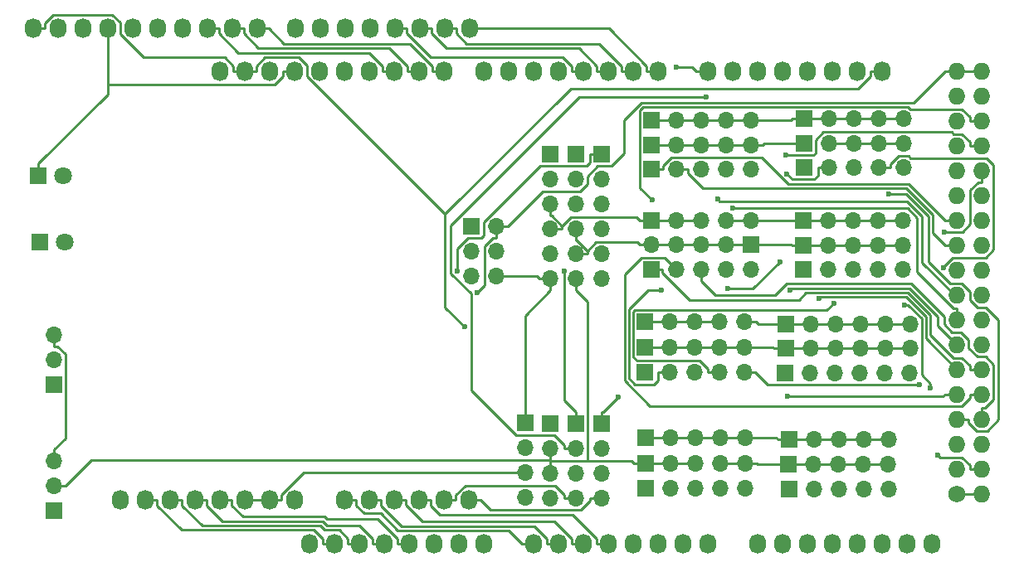
<source format=gbr>
G04 #@! TF.FileFunction,Copper,L1,Top,Signal*
%FSLAX46Y46*%
G04 Gerber Fmt 4.6, Leading zero omitted, Abs format (unit mm)*
G04 Created by KiCad (PCBNEW 4.0.6) date 07/22/17 16:53:04*
%MOMM*%
%LPD*%
G01*
G04 APERTURE LIST*
%ADD10C,0.100000*%
%ADD11C,1.727200*%
%ADD12O,1.727200X1.727200*%
%ADD13O,1.727200X2.032000*%
%ADD14R,1.700000X1.700000*%
%ADD15O,1.700000X1.700000*%
%ADD16R,1.800000X1.800000*%
%ADD17C,1.800000*%
%ADD18C,0.600000*%
%ADD19C,0.250000*%
G04 APERTURE END LIST*
D10*
D11*
X197358000Y-114046000D03*
D12*
X199898000Y-114046000D03*
X197358000Y-111506000D03*
X199898000Y-111506000D03*
X197358000Y-108966000D03*
X199898000Y-108966000D03*
X197358000Y-106426000D03*
X199898000Y-106426000D03*
X197358000Y-103886000D03*
X199898000Y-103886000D03*
X197358000Y-101346000D03*
X199898000Y-101346000D03*
X197358000Y-98806000D03*
X199898000Y-98806000D03*
X197358000Y-96266000D03*
X199898000Y-96266000D03*
X197358000Y-93726000D03*
X199898000Y-93726000D03*
X197358000Y-91186000D03*
X199898000Y-91186000D03*
X197358000Y-88646000D03*
X199898000Y-88646000D03*
X197358000Y-86106000D03*
X199898000Y-86106000D03*
X197358000Y-83566000D03*
X199898000Y-83566000D03*
X197358000Y-81026000D03*
X199898000Y-81026000D03*
X197358000Y-78486000D03*
X199898000Y-78486000D03*
X197358000Y-75946000D03*
X199898000Y-75946000D03*
X197358000Y-73406000D03*
X199898000Y-73406000D03*
X197358000Y-70866000D03*
X199898000Y-70866000D03*
D13*
X131318000Y-119126000D03*
X133858000Y-119126000D03*
X136398000Y-119126000D03*
X138938000Y-119126000D03*
X141478000Y-119126000D03*
X144018000Y-119126000D03*
X146558000Y-119126000D03*
X149098000Y-119126000D03*
X154178000Y-119126000D03*
X156718000Y-119126000D03*
X159258000Y-119126000D03*
X161798000Y-119126000D03*
X164338000Y-119126000D03*
X166878000Y-119126000D03*
X169418000Y-119126000D03*
X171958000Y-119126000D03*
X177038000Y-119126000D03*
X179578000Y-119126000D03*
X182118000Y-119126000D03*
X184658000Y-119126000D03*
X187198000Y-119126000D03*
X189738000Y-119126000D03*
X192278000Y-119126000D03*
X194818000Y-119126000D03*
X122174000Y-70866000D03*
X124714000Y-70866000D03*
X127254000Y-70866000D03*
X129794000Y-70866000D03*
X132334000Y-70866000D03*
X134874000Y-70866000D03*
X137414000Y-70866000D03*
X139954000Y-70866000D03*
X142494000Y-70866000D03*
X145034000Y-70866000D03*
X149098000Y-70866000D03*
X151638000Y-70866000D03*
X154178000Y-70866000D03*
X156718000Y-70866000D03*
X159258000Y-70866000D03*
X161798000Y-70866000D03*
X164338000Y-70866000D03*
X166878000Y-70866000D03*
X171958000Y-70866000D03*
X174498000Y-70866000D03*
X177038000Y-70866000D03*
X179578000Y-70866000D03*
X182118000Y-70866000D03*
X184658000Y-70866000D03*
X187198000Y-70866000D03*
X189738000Y-70866000D03*
X112020000Y-114700000D03*
X114560000Y-114700000D03*
X117100000Y-114700000D03*
X119640000Y-114700000D03*
X122180000Y-114700000D03*
X124720000Y-114700000D03*
X127260000Y-114700000D03*
X129800000Y-114700000D03*
X134900000Y-114700000D03*
X137440000Y-114700000D03*
X139980000Y-114700000D03*
X142520000Y-114700000D03*
X145060000Y-114700000D03*
X147600000Y-114700000D03*
X103080000Y-66500000D03*
X105620000Y-66500000D03*
X108160000Y-66500000D03*
X110700000Y-66500000D03*
X113240000Y-66500000D03*
X115780000Y-66500000D03*
X118320000Y-66500000D03*
X120860000Y-66500000D03*
X123400000Y-66500000D03*
X125940000Y-66500000D03*
X129860000Y-66500000D03*
X132400000Y-66500000D03*
X134940000Y-66500000D03*
X137480000Y-66500000D03*
X140020000Y-66500000D03*
X142560000Y-66500000D03*
X145100000Y-66500000D03*
X147640000Y-66500000D03*
D14*
X165610000Y-113450000D03*
D15*
X168150000Y-113450000D03*
X170690000Y-113450000D03*
X173230000Y-113450000D03*
X175770000Y-113450000D03*
D14*
X180210000Y-113550000D03*
D15*
X182750000Y-113550000D03*
X185290000Y-113550000D03*
X187830000Y-113550000D03*
X190370000Y-113550000D03*
D14*
X165480000Y-101650000D03*
D15*
X168020000Y-101650000D03*
X170560000Y-101650000D03*
X173100000Y-101650000D03*
X175640000Y-101650000D03*
D14*
X179860000Y-101700000D03*
D15*
X182400000Y-101700000D03*
X184940000Y-101700000D03*
X187480000Y-101700000D03*
X190020000Y-101700000D03*
X192560000Y-101700000D03*
D14*
X166150000Y-91100000D03*
D15*
X168690000Y-91100000D03*
X171230000Y-91100000D03*
X173770000Y-91100000D03*
X176310000Y-91100000D03*
D14*
X181720000Y-91150000D03*
D15*
X184260000Y-91150000D03*
X186800000Y-91150000D03*
X189340000Y-91150000D03*
X191880000Y-91150000D03*
D14*
X166200000Y-80900000D03*
D15*
X168740000Y-80900000D03*
X171280000Y-80900000D03*
X173820000Y-80900000D03*
X176360000Y-80900000D03*
D14*
X181810000Y-80750000D03*
D15*
X184350000Y-80750000D03*
X186890000Y-80750000D03*
X189430000Y-80750000D03*
X191970000Y-80750000D03*
D14*
X165590000Y-110950000D03*
D15*
X168130000Y-110950000D03*
X170670000Y-110950000D03*
X173210000Y-110950000D03*
X175750000Y-110950000D03*
D14*
X180190000Y-111050000D03*
D15*
X182730000Y-111050000D03*
X185270000Y-111050000D03*
X187810000Y-111050000D03*
X190350000Y-111050000D03*
D14*
X165520000Y-99050000D03*
D15*
X168060000Y-99050000D03*
X170600000Y-99050000D03*
X173140000Y-99050000D03*
X175680000Y-99050000D03*
D14*
X179880000Y-99200000D03*
D15*
X182420000Y-99200000D03*
X184960000Y-99200000D03*
X187500000Y-99200000D03*
X190040000Y-99200000D03*
X192580000Y-99200000D03*
D14*
X176310000Y-88600000D03*
D15*
X173770000Y-88600000D03*
X171230000Y-88600000D03*
X168690000Y-88600000D03*
X166150000Y-88600000D03*
D14*
X181700000Y-88650000D03*
D15*
X184240000Y-88650000D03*
X186780000Y-88650000D03*
X189320000Y-88650000D03*
X191860000Y-88650000D03*
D14*
X181750000Y-78250000D03*
D15*
X184290000Y-78250000D03*
X186830000Y-78250000D03*
X189370000Y-78250000D03*
X191910000Y-78250000D03*
D14*
X166200000Y-78400000D03*
D15*
X168740000Y-78400000D03*
X171280000Y-78400000D03*
X173820000Y-78400000D03*
X176360000Y-78400000D03*
D14*
X165610000Y-108350000D03*
D15*
X168150000Y-108350000D03*
X170690000Y-108350000D03*
X173230000Y-108350000D03*
X175770000Y-108350000D03*
D14*
X180250000Y-108450000D03*
D15*
X182790000Y-108450000D03*
X185330000Y-108450000D03*
X187870000Y-108450000D03*
X190410000Y-108450000D03*
D14*
X165520000Y-96450000D03*
D15*
X168060000Y-96450000D03*
X170600000Y-96450000D03*
X173140000Y-96450000D03*
X175680000Y-96450000D03*
D14*
X179880000Y-96700000D03*
D15*
X182420000Y-96700000D03*
X184960000Y-96700000D03*
X187500000Y-96700000D03*
X190040000Y-96700000D03*
X192580000Y-96700000D03*
D14*
X166150000Y-86100000D03*
D15*
X168690000Y-86100000D03*
X171230000Y-86100000D03*
X173770000Y-86100000D03*
X176310000Y-86100000D03*
D14*
X181700000Y-86150000D03*
D15*
X184240000Y-86150000D03*
X186780000Y-86150000D03*
X189320000Y-86150000D03*
X191860000Y-86150000D03*
D14*
X181750000Y-75750000D03*
D15*
X184290000Y-75750000D03*
X186830000Y-75750000D03*
X189370000Y-75750000D03*
X191910000Y-75750000D03*
D14*
X166200000Y-75900000D03*
D15*
X168740000Y-75900000D03*
X171280000Y-75900000D03*
X173820000Y-75900000D03*
X176360000Y-75900000D03*
D14*
X105200000Y-115790000D03*
D15*
X105200000Y-113250000D03*
X105200000Y-110710000D03*
D14*
X105200000Y-102900000D03*
D15*
X105200000Y-100360000D03*
X105200000Y-97820000D03*
D14*
X147810000Y-86750000D03*
D15*
X150350000Y-86750000D03*
X147810000Y-89290000D03*
X150350000Y-89290000D03*
X147810000Y-91830000D03*
X150350000Y-91830000D03*
D14*
X153284000Y-106804000D03*
D15*
X153284000Y-109344000D03*
X153284000Y-111884000D03*
X153284000Y-114424000D03*
D14*
X155884000Y-106844000D03*
D15*
X155884000Y-109384000D03*
X155884000Y-111924000D03*
X155884000Y-114464000D03*
D14*
X158484000Y-106864000D03*
D15*
X158484000Y-109404000D03*
X158484000Y-111944000D03*
X158484000Y-114484000D03*
D14*
X161084000Y-106844000D03*
D15*
X161084000Y-109384000D03*
X161084000Y-111924000D03*
X161084000Y-114464000D03*
D14*
X161100000Y-79380000D03*
D15*
X161100000Y-81920000D03*
X161100000Y-84460000D03*
X161100000Y-87000000D03*
X161100000Y-89540000D03*
X161100000Y-92080000D03*
D14*
X158500000Y-79380000D03*
D15*
X158500000Y-81920000D03*
X158500000Y-84460000D03*
X158500000Y-87000000D03*
X158500000Y-89540000D03*
X158500000Y-92080000D03*
D14*
X155900000Y-79350000D03*
D15*
X155900000Y-81890000D03*
X155900000Y-84430000D03*
X155900000Y-86970000D03*
X155900000Y-89510000D03*
X155900000Y-92050000D03*
D16*
X103600000Y-81550000D03*
D17*
X106140000Y-81550000D03*
D16*
X103760000Y-88350000D03*
D17*
X106300000Y-88350000D03*
D18*
X172952900Y-83962300D03*
X195419900Y-110115200D03*
X148419500Y-93504400D03*
X146401300Y-91295300D03*
X147121400Y-96992800D03*
X167224900Y-93234200D03*
X166235700Y-84019300D03*
X179937800Y-79425400D03*
X179346400Y-90325900D03*
X173945500Y-93109200D03*
X184792200Y-94559800D03*
X196050400Y-87295000D03*
X193519100Y-102891200D03*
X174453600Y-84871200D03*
X180357800Y-93209000D03*
X183263200Y-94124100D03*
X180007800Y-81368900D03*
X180055400Y-104104900D03*
X190430200Y-83457200D03*
X195970000Y-90978700D03*
X192029000Y-94731200D03*
X194616900Y-103248600D03*
X157324600Y-91305400D03*
X168710000Y-70425500D03*
X162772400Y-104196900D03*
X171753100Y-73486000D03*
D19*
X155900000Y-92050000D02*
X154724700Y-92050000D01*
X192580000Y-96700000D02*
X190040000Y-96700000D01*
X190040000Y-96700000D02*
X187500000Y-96700000D01*
X187500000Y-96700000D02*
X184960000Y-96700000D01*
X173820000Y-75900000D02*
X171280000Y-75900000D01*
X171280000Y-75900000D02*
X168740000Y-75900000D01*
X168740000Y-75900000D02*
X166200000Y-75900000D01*
X191910000Y-75750000D02*
X189370000Y-75750000D01*
X189370000Y-75750000D02*
X186830000Y-75750000D01*
X186830000Y-75750000D02*
X184290000Y-75750000D01*
X184290000Y-75750000D02*
X181750000Y-75750000D01*
X191860000Y-86150000D02*
X189320000Y-86150000D01*
X184240000Y-86150000D02*
X181700000Y-86150000D01*
X171230000Y-86100000D02*
X168690000Y-86100000D01*
X173140000Y-96450000D02*
X170600000Y-96450000D01*
X170600000Y-96450000D02*
X168060000Y-96450000D01*
X168060000Y-96450000D02*
X165520000Y-96450000D01*
X190410000Y-108450000D02*
X187870000Y-108450000D01*
X187870000Y-108450000D02*
X185330000Y-108450000D01*
X185330000Y-108450000D02*
X182790000Y-108450000D01*
X182790000Y-108450000D02*
X180250000Y-108450000D01*
X170690000Y-108350000D02*
X168150000Y-108350000D01*
X154504700Y-91830000D02*
X151525300Y-91830000D01*
X154724700Y-92050000D02*
X154504700Y-91830000D01*
X150350000Y-91830000D02*
X151525300Y-91830000D01*
X168150000Y-108350000D02*
X165610000Y-108350000D01*
X178974700Y-108350000D02*
X179074700Y-108450000D01*
X175770000Y-108350000D02*
X178974700Y-108350000D01*
X180250000Y-108450000D02*
X179074700Y-108450000D01*
X181700000Y-86150000D02*
X180524700Y-86150000D01*
X189320000Y-86150000D02*
X188144700Y-86150000D01*
X184240000Y-86150000D02*
X186780000Y-86150000D01*
X186780000Y-86150000D02*
X188144700Y-86150000D01*
X103600000Y-81550000D02*
X103600000Y-80324700D01*
X129794000Y-70866000D02*
X128605100Y-70866000D01*
X128605100Y-71386100D02*
X128605100Y-70866000D01*
X127743300Y-72247900D02*
X128605100Y-71386100D01*
X110700000Y-72247900D02*
X127743300Y-72247900D01*
X110700000Y-73224700D02*
X110700000Y-72247900D01*
X103600000Y-80324700D02*
X110700000Y-73224700D01*
X110700000Y-72247900D02*
X110700000Y-66500000D01*
X182420000Y-96700000D02*
X184960000Y-96700000D01*
X175770000Y-108350000D02*
X174594700Y-108350000D01*
X170690000Y-108350000D02*
X173230000Y-108350000D01*
X173230000Y-108350000D02*
X174594700Y-108350000D01*
X168690000Y-86100000D02*
X166150000Y-86100000D01*
X166150000Y-86100000D02*
X164974700Y-86100000D01*
X155900000Y-86970000D02*
X157075300Y-86970000D01*
X155900000Y-84430000D02*
X155900000Y-85605300D01*
X155990500Y-85605300D02*
X155900000Y-85605300D01*
X157075300Y-86690100D02*
X155990500Y-85605300D01*
X157942800Y-85822600D02*
X157075300Y-86690100D01*
X164697300Y-85822600D02*
X157942800Y-85822600D01*
X164974700Y-86100000D02*
X164697300Y-85822600D01*
X157075300Y-86690100D02*
X157075300Y-86970000D01*
X180474700Y-86100000D02*
X176310000Y-86100000D01*
X180524700Y-86150000D02*
X180474700Y-86100000D01*
X176310000Y-86100000D02*
X173770000Y-86100000D01*
X153284000Y-95841300D02*
X155900000Y-93225300D01*
X153284000Y-106804000D02*
X153284000Y-95841300D01*
X155900000Y-92050000D02*
X155900000Y-93225300D01*
X124720000Y-114700000D02*
X127260000Y-114700000D01*
X130744800Y-111884000D02*
X153284000Y-111884000D01*
X128448900Y-114179900D02*
X130744800Y-111884000D01*
X128448900Y-114700000D02*
X128448900Y-114179900D01*
X127260000Y-114700000D02*
X128448900Y-114700000D01*
X182420000Y-96700000D02*
X179880000Y-96700000D01*
X177105300Y-96700000D02*
X176855300Y-96450000D01*
X179880000Y-96700000D02*
X177105300Y-96700000D01*
X175680000Y-96450000D02*
X176855300Y-96450000D01*
X173820000Y-75900000D02*
X176360000Y-75900000D01*
X180424700Y-75900000D02*
X180574700Y-75750000D01*
X176360000Y-75900000D02*
X180424700Y-75900000D01*
X181750000Y-75750000D02*
X180574700Y-75750000D01*
X197150500Y-93726000D02*
X197358000Y-93726000D01*
X193834200Y-90409700D02*
X197150500Y-93726000D01*
X193834200Y-85748300D02*
X193834200Y-90409700D01*
X192249500Y-84163600D02*
X193834200Y-85748300D01*
X173154200Y-84163600D02*
X192249500Y-84163600D01*
X172952900Y-83962300D02*
X173154200Y-84163600D01*
X168740000Y-80900000D02*
X169915300Y-80900000D01*
X197358000Y-88646000D02*
X196169100Y-88646000D01*
X169915300Y-81267300D02*
X169915300Y-80900000D01*
X171474300Y-82826300D02*
X169915300Y-81267300D01*
X192186000Y-82826300D02*
X171474300Y-82826300D01*
X194894100Y-85534400D02*
X192186000Y-82826300D01*
X194894100Y-87371000D02*
X194894100Y-85534400D01*
X196169100Y-88646000D02*
X194894100Y-87371000D01*
X166200000Y-80900000D02*
X167375300Y-80900000D01*
X197358000Y-86106000D02*
X196169100Y-86106000D01*
X192439000Y-82375900D02*
X196169100Y-86106000D01*
X180123800Y-82375900D02*
X192439000Y-82375900D01*
X177452200Y-79704300D02*
X180123800Y-82375900D01*
X168203700Y-79704300D02*
X177452200Y-79704300D01*
X167375300Y-80532700D02*
X168203700Y-79704300D01*
X167375300Y-80900000D02*
X167375300Y-80532700D01*
X198709100Y-111134400D02*
X198709100Y-111506000D01*
X197891800Y-110317100D02*
X198709100Y-111134400D01*
X195621800Y-110317100D02*
X197891800Y-110317100D01*
X195419900Y-110115200D02*
X195621800Y-110317100D01*
X199898000Y-111506000D02*
X198709100Y-111506000D01*
X200269600Y-105237100D02*
X199898000Y-105237100D01*
X201086900Y-104419800D02*
X200269600Y-105237100D01*
X201086900Y-100844600D02*
X201086900Y-104419800D01*
X200285600Y-100043300D02*
X201086900Y-100844600D01*
X199448500Y-100043300D02*
X200285600Y-100043300D01*
X198547000Y-99141800D02*
X199448500Y-100043300D01*
X198547000Y-98291700D02*
X198547000Y-99141800D01*
X197791300Y-97536000D02*
X198547000Y-98291700D01*
X196866400Y-97536000D02*
X197791300Y-97536000D01*
X196077900Y-96747500D02*
X196866400Y-97536000D01*
X196077900Y-95933400D02*
X196077900Y-96747500D01*
X192728100Y-92583600D02*
X196077900Y-95933400D01*
X179990700Y-92583600D02*
X192728100Y-92583600D01*
X178815100Y-93759200D02*
X179990700Y-92583600D01*
X172713900Y-93759200D02*
X178815100Y-93759200D01*
X171230000Y-92275300D02*
X172713900Y-93759200D01*
X171230000Y-91100000D02*
X171230000Y-92275300D01*
X199898000Y-106426000D02*
X199898000Y-105237100D01*
X166150000Y-91100000D02*
X167325300Y-91100000D01*
X199898000Y-101346000D02*
X198709100Y-101346000D01*
X198709100Y-100974400D02*
X198709100Y-101346000D01*
X197891800Y-100157100D02*
X198709100Y-100974400D01*
X196987500Y-100157100D02*
X197891800Y-100157100D01*
X194656000Y-97825600D02*
X196987500Y-100157100D01*
X194656000Y-95785300D02*
X194656000Y-97825600D01*
X192354900Y-93484200D02*
X194656000Y-95785300D01*
X181972300Y-93484200D02*
X192354900Y-93484200D01*
X181227200Y-94229300D02*
X181972300Y-93484200D01*
X170087300Y-94229300D02*
X181227200Y-94229300D01*
X167325300Y-91467300D02*
X170087300Y-94229300D01*
X167325300Y-91100000D02*
X167325300Y-91467300D01*
X198709100Y-104257600D02*
X198709100Y-103886000D01*
X197891800Y-105074900D02*
X198709100Y-104257600D01*
X166020900Y-105074900D02*
X197891800Y-105074900D01*
X163443800Y-102497800D02*
X166020900Y-105074900D01*
X163443800Y-91640500D02*
X163443800Y-102497800D01*
X165159700Y-89924600D02*
X163443800Y-91640500D01*
X167514600Y-89924600D02*
X165159700Y-89924600D01*
X168690000Y-91100000D02*
X167514600Y-89924600D01*
X199898000Y-103886000D02*
X198709100Y-103886000D01*
X199898000Y-70866000D02*
X197358000Y-70866000D01*
X197358000Y-70866000D02*
X196169100Y-70866000D01*
X149982800Y-87925300D02*
X150350000Y-87925300D01*
X149174600Y-88733500D02*
X149982800Y-87925300D01*
X149174600Y-92749300D02*
X149174600Y-88733500D01*
X148419500Y-93504400D02*
X149174600Y-92749300D01*
X150350000Y-86750000D02*
X150350000Y-87925300D01*
X150350000Y-86750000D02*
X151525300Y-86750000D01*
X192923800Y-74111300D02*
X196169100Y-70866000D01*
X165166500Y-74111300D02*
X192923800Y-74111300D01*
X163356000Y-75921800D02*
X165166500Y-74111300D01*
X163356000Y-79286700D02*
X163356000Y-75921800D01*
X162087300Y-80555400D02*
X163356000Y-79286700D01*
X160721700Y-80555400D02*
X162087300Y-80555400D01*
X159675400Y-81601700D02*
X160721700Y-80555400D01*
X159675400Y-82446800D02*
X159675400Y-81601700D01*
X158932200Y-83190000D02*
X159675400Y-82446800D01*
X155085300Y-83190000D02*
X158932200Y-83190000D01*
X151525300Y-86750000D02*
X155085300Y-83190000D01*
X141478000Y-119126000D02*
X140289100Y-119126000D01*
X122180000Y-114700000D02*
X123368900Y-114700000D01*
X140289100Y-118605900D02*
X140289100Y-119126000D01*
X138282800Y-116599600D02*
X140289100Y-118605900D01*
X133052100Y-116599600D02*
X138282800Y-116599600D01*
X132841700Y-116389200D02*
X133052100Y-116599600D01*
X124538000Y-116389200D02*
X132841700Y-116389200D01*
X123368900Y-115220100D02*
X124538000Y-116389200D01*
X123368900Y-114700000D02*
X123368900Y-115220100D01*
X132669100Y-118642600D02*
X132669100Y-119126000D01*
X131766600Y-117740100D02*
X132669100Y-118642600D01*
X118268900Y-117740100D02*
X131766600Y-117740100D01*
X115748900Y-115220100D02*
X118268900Y-117740100D01*
X115748900Y-114700000D02*
X115748900Y-115220100D01*
X114560000Y-114700000D02*
X115748900Y-114700000D01*
X133858000Y-119126000D02*
X132669100Y-119126000D01*
X136398000Y-119126000D02*
X135209100Y-119126000D01*
X117100000Y-114700000D02*
X118288900Y-114700000D01*
X135209100Y-118605900D02*
X135209100Y-119126000D01*
X134343300Y-117740100D02*
X135209100Y-118605900D01*
X132861200Y-117740100D02*
X134343300Y-117740100D01*
X132410900Y-117289800D02*
X132861200Y-117740100D01*
X120358600Y-117289800D02*
X132410900Y-117289800D01*
X118288900Y-115220100D02*
X120358600Y-117289800D01*
X118288900Y-114700000D02*
X118288900Y-115220100D01*
X146401300Y-88985300D02*
X146401300Y-91295300D01*
X147461200Y-87925400D02*
X146401300Y-88985300D01*
X148838900Y-87925400D02*
X147461200Y-87925400D01*
X149080200Y-87684100D02*
X148838900Y-87925400D01*
X149080200Y-86295600D02*
X149080200Y-87684100D01*
X154820500Y-80555300D02*
X149080200Y-86295600D01*
X159557500Y-80555300D02*
X154820500Y-80555300D01*
X159924700Y-80188100D02*
X159557500Y-80555300D01*
X159924700Y-79380000D02*
X159924700Y-80188100D01*
X161100000Y-79380000D02*
X159924700Y-79380000D01*
X134900000Y-114700000D02*
X136088900Y-114700000D01*
X154178000Y-119126000D02*
X152989100Y-119126000D01*
X151647700Y-117784600D02*
X152989100Y-119126000D01*
X140322200Y-117784600D02*
X151647700Y-117784600D01*
X138579000Y-116041400D02*
X140322200Y-117784600D01*
X136910200Y-116041400D02*
X138579000Y-116041400D01*
X136088900Y-115220100D02*
X136910200Y-116041400D01*
X136088900Y-114700000D02*
X136088900Y-115220100D01*
X138628900Y-115236200D02*
X138628900Y-114700000D01*
X140726900Y-117334200D02*
X138628900Y-115236200D01*
X154257400Y-117334200D02*
X140726900Y-117334200D01*
X155529100Y-118605900D02*
X154257400Y-117334200D01*
X155529100Y-119126000D02*
X155529100Y-118605900D01*
X156718000Y-119126000D02*
X155529100Y-119126000D01*
X137440000Y-114700000D02*
X138628900Y-114700000D01*
X159258000Y-119126000D02*
X158069100Y-119126000D01*
X139980000Y-114700000D02*
X141168900Y-114700000D01*
X141168900Y-115182800D02*
X141168900Y-114700000D01*
X142838500Y-116852400D02*
X141168900Y-115182800D01*
X156315600Y-116852400D02*
X142838500Y-116852400D01*
X158069100Y-118605900D02*
X156315600Y-116852400D01*
X158069100Y-119126000D02*
X158069100Y-118605900D01*
X142520000Y-114700000D02*
X143708900Y-114700000D01*
X161798000Y-119126000D02*
X160609100Y-119126000D01*
X143708900Y-115220100D02*
X143708900Y-114700000D01*
X144643800Y-116155000D02*
X143708900Y-115220100D01*
X158158200Y-116155000D02*
X144643800Y-116155000D01*
X160609100Y-118605900D02*
X158158200Y-116155000D01*
X160609100Y-119126000D02*
X160609100Y-118605900D01*
X123400000Y-66500000D02*
X124588900Y-66500000D01*
X142494000Y-70866000D02*
X141305100Y-70866000D01*
X141305100Y-70345900D02*
X141305100Y-70866000D01*
X139469500Y-68510300D02*
X141305100Y-70345900D01*
X126079100Y-68510300D02*
X139469500Y-68510300D01*
X124588900Y-67020100D02*
X126079100Y-68510300D01*
X124588900Y-66500000D02*
X124588900Y-67020100D01*
X143845100Y-70383200D02*
X143845100Y-70866000D01*
X141521800Y-68059900D02*
X143845100Y-70383200D01*
X128688800Y-68059900D02*
X141521800Y-68059900D01*
X127128900Y-66500000D02*
X128688800Y-68059900D01*
X125940000Y-66500000D02*
X127128900Y-66500000D01*
X145034000Y-70866000D02*
X143845100Y-70866000D01*
X140020000Y-66500000D02*
X141208900Y-66500000D01*
X159258000Y-70866000D02*
X158069100Y-70866000D01*
X158069100Y-70345900D02*
X158069100Y-70866000D01*
X157152300Y-69429100D02*
X158069100Y-70345900D01*
X143637200Y-69429100D02*
X157152300Y-69429100D01*
X141208900Y-67000800D02*
X143637200Y-69429100D01*
X141208900Y-66500000D02*
X141208900Y-67000800D01*
X142560000Y-66500000D02*
X143748900Y-66500000D01*
X161798000Y-70866000D02*
X160609100Y-70866000D01*
X160609100Y-70345900D02*
X160609100Y-70866000D01*
X158791700Y-68528500D02*
X160609100Y-70345900D01*
X145277300Y-68528500D02*
X158791700Y-68528500D01*
X143748900Y-67000100D02*
X145277300Y-68528500D01*
X143748900Y-66500000D02*
X143748900Y-67000100D01*
X138938000Y-119126000D02*
X137749100Y-119126000D01*
X119640000Y-114700000D02*
X120828900Y-114700000D01*
X137749100Y-118642600D02*
X137749100Y-119126000D01*
X136396200Y-117289700D02*
X137749100Y-118642600D01*
X133105300Y-117289700D02*
X136396200Y-117289700D01*
X132655100Y-116839500D02*
X133105300Y-117289700D01*
X122448300Y-116839500D02*
X132655100Y-116839500D01*
X120828900Y-115220100D02*
X122448300Y-116839500D01*
X120828900Y-114700000D02*
X120828900Y-115220100D01*
X163149100Y-70345900D02*
X163149100Y-70866000D01*
X160881400Y-68078200D02*
X163149100Y-70345900D01*
X147347000Y-68078200D02*
X160881400Y-68078200D01*
X146288900Y-67020100D02*
X147347000Y-68078200D01*
X146288900Y-66500000D02*
X146288900Y-67020100D01*
X145100000Y-66500000D02*
X146288900Y-66500000D01*
X164338000Y-70866000D02*
X163149100Y-70866000D01*
X165689100Y-70345900D02*
X165689100Y-70866000D01*
X161843200Y-66500000D02*
X165689100Y-70345900D01*
X147640000Y-66500000D02*
X161843200Y-66500000D01*
X166878000Y-70866000D02*
X165689100Y-70866000D01*
X199898000Y-114046000D02*
X197358000Y-114046000D01*
X158484000Y-114484000D02*
X157308700Y-114484000D01*
X145060000Y-114700000D02*
X146248900Y-114700000D01*
X157308700Y-114190200D02*
X157308700Y-114484000D01*
X156354500Y-113236000D02*
X157308700Y-114190200D01*
X147192800Y-113236000D02*
X156354500Y-113236000D01*
X146248900Y-114179900D02*
X147192800Y-113236000D01*
X146248900Y-114700000D02*
X146248900Y-114179900D01*
X161084000Y-114464000D02*
X159908700Y-114464000D01*
X147600000Y-114700000D02*
X148788900Y-114700000D01*
X123525100Y-70345900D02*
X123525100Y-70866000D01*
X122656600Y-69477400D02*
X123525100Y-70345900D01*
X114336900Y-69477400D02*
X122656600Y-69477400D01*
X111970000Y-67110500D02*
X114336900Y-69477400D01*
X111970000Y-65892300D02*
X111970000Y-67110500D01*
X111178900Y-65101200D02*
X111970000Y-65892300D01*
X105147600Y-65101200D02*
X111178900Y-65101200D01*
X104268900Y-65979900D02*
X105147600Y-65101200D01*
X104268900Y-66500000D02*
X104268900Y-65979900D01*
X103080000Y-66500000D02*
X104268900Y-66500000D01*
X124714000Y-70866000D02*
X123525100Y-70866000D01*
X124714000Y-70866000D02*
X125902900Y-70866000D01*
X189738000Y-70866000D02*
X188549100Y-70866000D01*
X157946000Y-72657800D02*
X145114700Y-85489100D01*
X187277400Y-72657800D02*
X157946000Y-72657800D01*
X188549100Y-71386100D02*
X187277400Y-72657800D01*
X188549100Y-70866000D02*
X188549100Y-71386100D01*
X125902900Y-70345900D02*
X125902900Y-70866000D01*
X126771400Y-69477400D02*
X125902900Y-70345900D01*
X130244600Y-69477400D02*
X126771400Y-69477400D01*
X131064000Y-70296800D02*
X130244600Y-69477400D01*
X131064000Y-71438500D02*
X131064000Y-70296800D01*
X145114700Y-85489100D02*
X131064000Y-71438500D01*
X149748900Y-115660000D02*
X148788900Y-114700000D01*
X159006500Y-115660000D02*
X149748900Y-115660000D01*
X159908700Y-114757800D02*
X159006500Y-115660000D01*
X159908700Y-114464000D02*
X159908700Y-114757800D01*
X145114600Y-85489200D02*
X145114700Y-85489100D01*
X145114600Y-94986000D02*
X145114600Y-85489200D01*
X147121400Y-96992800D02*
X145114600Y-94986000D01*
X120860000Y-66500000D02*
X122048900Y-66500000D01*
X139954000Y-70866000D02*
X138765100Y-70866000D01*
X122048900Y-67020100D02*
X122048900Y-66500000D01*
X124055800Y-69027000D02*
X122048900Y-67020100D01*
X137408900Y-69027000D02*
X124055800Y-69027000D01*
X138765100Y-70383200D02*
X137408900Y-69027000D01*
X138765100Y-70866000D02*
X138765100Y-70383200D01*
X165818500Y-93234200D02*
X167224900Y-93234200D01*
X163894100Y-95158600D02*
X165818500Y-93234200D01*
X163894100Y-102242000D02*
X163894100Y-95158600D01*
X164509900Y-102857800D02*
X163894100Y-102242000D01*
X166444900Y-102857800D02*
X164509900Y-102857800D01*
X166844700Y-102458000D02*
X166444900Y-102857800D01*
X166844700Y-101650000D02*
X166844700Y-102458000D01*
X199898000Y-75946000D02*
X198709100Y-75946000D01*
X168020000Y-101650000D02*
X166844700Y-101650000D01*
X198709100Y-75574400D02*
X198709100Y-75946000D01*
X197891800Y-74757100D02*
X198709100Y-75574400D01*
X192579400Y-74757100D02*
X197891800Y-74757100D01*
X192383900Y-74561600D02*
X192579400Y-74757100D01*
X165358900Y-74561600D02*
X192383900Y-74561600D01*
X165014900Y-74905600D02*
X165358900Y-74561600D01*
X165014900Y-82798500D02*
X165014900Y-74905600D01*
X166235700Y-84019300D02*
X165014900Y-82798500D01*
X199898000Y-78486000D02*
X198709100Y-78486000D01*
X176563100Y-93109200D02*
X173945500Y-93109200D01*
X179346400Y-90325900D02*
X176563100Y-93109200D01*
X182739600Y-79425400D02*
X179937800Y-79425400D01*
X182925400Y-79239600D02*
X182739600Y-79425400D01*
X182925400Y-77890400D02*
X182925400Y-79239600D01*
X183741200Y-77074600D02*
X182925400Y-77890400D01*
X196805100Y-77074600D02*
X183741200Y-77074600D01*
X197027600Y-77297100D02*
X196805100Y-77074600D01*
X197891800Y-77297100D02*
X197027600Y-77297100D01*
X198709100Y-78114400D02*
X197891800Y-77297100D01*
X198709100Y-78486000D02*
X198709100Y-78114400D01*
X199898000Y-81026000D02*
X199898000Y-82214900D01*
X199526400Y-82214900D02*
X199898000Y-82214900D01*
X198709100Y-83032200D02*
X199526400Y-82214900D01*
X198709100Y-86489000D02*
X198709100Y-83032200D01*
X197903100Y-87295000D02*
X198709100Y-86489000D01*
X196050400Y-87295000D02*
X197903100Y-87295000D01*
X173100000Y-101650000D02*
X171924700Y-101650000D01*
X184080800Y-95271200D02*
X184792200Y-94559800D01*
X164498400Y-95271200D02*
X184080800Y-95271200D01*
X164344600Y-95425000D02*
X164498400Y-95271200D01*
X164344600Y-100086000D02*
X164344600Y-95425000D01*
X164733300Y-100474700D02*
X164344600Y-100086000D01*
X171116800Y-100474700D02*
X164733300Y-100474700D01*
X171924700Y-101282600D02*
X171116800Y-100474700D01*
X171924700Y-101650000D02*
X171924700Y-101282600D01*
X175640000Y-101650000D02*
X176815300Y-101650000D01*
X178056500Y-102891200D02*
X193519100Y-102891200D01*
X176815300Y-101650000D02*
X178056500Y-102891200D01*
X197358000Y-96266000D02*
X197358000Y-95077100D01*
X197027400Y-95077100D02*
X197358000Y-95077100D01*
X193290700Y-91340400D02*
X197027400Y-95077100D01*
X193290700Y-85842300D02*
X193290700Y-91340400D01*
X192319600Y-84871200D02*
X193290700Y-85842300D01*
X174453600Y-84871200D02*
X192319600Y-84871200D01*
X180532900Y-93033900D02*
X180357800Y-93209000D01*
X192541500Y-93033900D02*
X180532900Y-93033900D01*
X195432900Y-95925300D02*
X192541500Y-93033900D01*
X195432900Y-96880900D02*
X195432900Y-95925300D01*
X197358000Y-98806000D02*
X195432900Y-96880900D01*
X183452800Y-93934500D02*
X183263200Y-94124100D01*
X192168300Y-93934500D02*
X183452800Y-93934500D01*
X194205700Y-95971900D02*
X192168300Y-93934500D01*
X194205700Y-98193700D02*
X194205700Y-95971900D01*
X197358000Y-101346000D02*
X194205700Y-98193700D01*
X197358000Y-103886000D02*
X196169100Y-103886000D01*
X184350000Y-80750000D02*
X183174700Y-80750000D01*
X195950200Y-104104900D02*
X196169100Y-103886000D01*
X180055400Y-104104900D02*
X195950200Y-104104900D01*
X180564500Y-81925600D02*
X180007800Y-81368900D01*
X182807100Y-81925600D02*
X180564500Y-81925600D01*
X183174700Y-81558000D02*
X182807100Y-81925600D01*
X183174700Y-80750000D02*
X183174700Y-81558000D01*
X197358000Y-106426000D02*
X198546900Y-106426000D01*
X192180000Y-83457200D02*
X190430200Y-83457200D01*
X194443800Y-85721000D02*
X192180000Y-83457200D01*
X194443800Y-90339300D02*
X194443800Y-85721000D01*
X196641500Y-92537000D02*
X194443800Y-90339300D01*
X197872300Y-92537000D02*
X196641500Y-92537000D01*
X198709000Y-93373700D02*
X197872300Y-92537000D01*
X198709000Y-94240300D02*
X198709000Y-93373700D01*
X199464700Y-94996000D02*
X198709000Y-94240300D01*
X200313600Y-94996000D02*
X199464700Y-94996000D01*
X201584500Y-96266900D02*
X200313600Y-94996000D01*
X201584500Y-106471000D02*
X201584500Y-96266900D01*
X200440600Y-107614900D02*
X201584500Y-106471000D01*
X199364200Y-107614900D02*
X200440600Y-107614900D01*
X198546900Y-106797600D02*
X199364200Y-107614900D01*
X198546900Y-106426000D02*
X198546900Y-106797600D01*
X195970000Y-90870700D02*
X195970000Y-90978700D01*
X196924700Y-89916000D02*
X195970000Y-90870700D01*
X200323400Y-89916000D02*
X196924700Y-89916000D01*
X201109300Y-89130100D02*
X200323400Y-89916000D01*
X201109300Y-80438300D02*
X201109300Y-89130100D01*
X200427000Y-79756000D02*
X201109300Y-80438300D01*
X192638300Y-79756000D02*
X200427000Y-79756000D01*
X192419600Y-79537300D02*
X192638300Y-79756000D01*
X191450700Y-79537300D02*
X192419600Y-79537300D01*
X190605300Y-80382700D02*
X191450700Y-79537300D01*
X190605300Y-80750000D02*
X190605300Y-80382700D01*
X189430000Y-80750000D02*
X190605300Y-80750000D01*
X192029000Y-94731300D02*
X192029000Y-94731200D01*
X192328100Y-94731300D02*
X192029000Y-94731300D01*
X193755400Y-96158600D02*
X192328100Y-94731300D01*
X193755400Y-101917100D02*
X193755400Y-96158600D01*
X194616900Y-102778600D02*
X193755400Y-101917100D01*
X194616900Y-103248600D02*
X194616900Y-102778600D01*
X170328600Y-70425500D02*
X170769100Y-70866000D01*
X168710000Y-70425500D02*
X170328600Y-70425500D01*
X171958000Y-70866000D02*
X170769100Y-70866000D01*
X158484000Y-106864000D02*
X158484000Y-105688700D01*
X157324600Y-104529300D02*
X157324600Y-91305400D01*
X158484000Y-105688700D02*
X157324600Y-104529300D01*
X161300600Y-105668700D02*
X162772400Y-104196900D01*
X161084000Y-105668700D02*
X161300600Y-105668700D01*
X161084000Y-106844000D02*
X161084000Y-105668700D01*
X158855200Y-73486000D02*
X171753100Y-73486000D01*
X145724000Y-86617200D02*
X158855200Y-73486000D01*
X145724000Y-91513800D02*
X145724000Y-86617200D01*
X147794100Y-93583900D02*
X145724000Y-91513800D01*
X147794100Y-103518000D02*
X147794100Y-93583900D01*
X152350100Y-108074000D02*
X147794100Y-103518000D01*
X156272500Y-108074000D02*
X152350100Y-108074000D01*
X157308700Y-109110200D02*
X156272500Y-108074000D01*
X157308700Y-109404000D02*
X157308700Y-109110200D01*
X158484000Y-109404000D02*
X157308700Y-109404000D01*
X192580000Y-99200000D02*
X190040000Y-99200000D01*
X184960000Y-99200000D02*
X182420000Y-99200000D01*
X173820000Y-78400000D02*
X171280000Y-78400000D01*
X171280000Y-78400000D02*
X168740000Y-78400000D01*
X168740000Y-78400000D02*
X166200000Y-78400000D01*
X191910000Y-78250000D02*
X189370000Y-78250000D01*
X189370000Y-78250000D02*
X186830000Y-78250000D01*
X186830000Y-78250000D02*
X184290000Y-78250000D01*
X191860000Y-88650000D02*
X189320000Y-88650000D01*
X189320000Y-88650000D02*
X186780000Y-88650000D01*
X186780000Y-88650000D02*
X184240000Y-88650000D01*
X184240000Y-88650000D02*
X181700000Y-88650000D01*
X176310000Y-88600000D02*
X177485300Y-88600000D01*
X168690000Y-88600000D02*
X171230000Y-88600000D01*
X170600000Y-99050000D02*
X168060000Y-99050000D01*
X168060000Y-99050000D02*
X165520000Y-99050000D01*
X190350000Y-111050000D02*
X187810000Y-111050000D01*
X187810000Y-111050000D02*
X186445300Y-111050000D01*
X185857700Y-111050000D02*
X186445300Y-111050000D01*
X185857700Y-111050000D02*
X185270000Y-111050000D01*
X185270000Y-111050000D02*
X182730000Y-111050000D01*
X182730000Y-111050000D02*
X181365300Y-111050000D01*
X180777700Y-111050000D02*
X181365300Y-111050000D01*
X180777700Y-111050000D02*
X180190000Y-111050000D01*
X165590000Y-110950000D02*
X166765300Y-110950000D01*
X170670000Y-110950000D02*
X168130000Y-110950000D01*
X168130000Y-110950000D02*
X166765300Y-110950000D01*
X180474700Y-88600000D02*
X177485300Y-88600000D01*
X180524700Y-88650000D02*
X180474700Y-88600000D01*
X181700000Y-88650000D02*
X180524700Y-88650000D01*
X105200000Y-113250000D02*
X106375300Y-113250000D01*
X171230000Y-88600000D02*
X172405300Y-88600000D01*
X176310000Y-88600000D02*
X173770000Y-88600000D01*
X173770000Y-88600000D02*
X172405300Y-88600000D01*
X182420000Y-99200000D02*
X179880000Y-99200000D01*
X180190000Y-111050000D02*
X179014700Y-111050000D01*
X175750000Y-110950000D02*
X173210000Y-110950000D01*
X177025300Y-111050000D02*
X179014700Y-111050000D01*
X176925300Y-110950000D02*
X177025300Y-111050000D01*
X175750000Y-110950000D02*
X176925300Y-110950000D01*
X176360000Y-78400000D02*
X173820000Y-78400000D01*
X109066000Y-110559300D02*
X155884000Y-110559300D01*
X106375300Y-113250000D02*
X109066000Y-110559300D01*
X155884000Y-109384000D02*
X155884000Y-110559300D01*
X165590000Y-110950000D02*
X164414700Y-110950000D01*
X155884000Y-111924000D02*
X155884000Y-110711300D01*
X155884000Y-110711300D02*
X155884000Y-110559300D01*
X170600000Y-99050000D02*
X171775300Y-99050000D01*
X173140000Y-99050000D02*
X171775300Y-99050000D01*
X190040000Y-99200000D02*
X188864700Y-99200000D01*
X184960000Y-99200000D02*
X187500000Y-99200000D01*
X187500000Y-99200000D02*
X188864700Y-99200000D01*
X177685300Y-78250000D02*
X177535300Y-78400000D01*
X181750000Y-78250000D02*
X177685300Y-78250000D01*
X176360000Y-78400000D02*
X177535300Y-78400000D01*
X168690000Y-88600000D02*
X166150000Y-88600000D01*
X166150000Y-88600000D02*
X164974700Y-88600000D01*
X158500000Y-89540000D02*
X159675300Y-89540000D01*
X158500000Y-87000000D02*
X158500000Y-88175300D01*
X158604500Y-88175300D02*
X158500000Y-88175300D01*
X159675300Y-89246100D02*
X158604500Y-88175300D01*
X160556700Y-88364700D02*
X159675300Y-89246100D01*
X164739400Y-88364700D02*
X160556700Y-88364700D01*
X164974700Y-88600000D02*
X164739400Y-88364700D01*
X159675300Y-89246100D02*
X159675300Y-89540000D01*
X158500000Y-92080000D02*
X158500000Y-93255300D01*
X159703700Y-94459000D02*
X158500000Y-93255300D01*
X159703700Y-110711300D02*
X159703700Y-94459000D01*
X155884000Y-110711300D02*
X159703700Y-110711300D01*
X164176000Y-110711300D02*
X164414700Y-110950000D01*
X159703700Y-110711300D02*
X164176000Y-110711300D01*
X173140000Y-99050000D02*
X175680000Y-99050000D01*
X178554700Y-99050000D02*
X178704700Y-99200000D01*
X175680000Y-99050000D02*
X178554700Y-99050000D01*
X179880000Y-99200000D02*
X178704700Y-99200000D01*
X106375300Y-108359400D02*
X105200000Y-109534700D01*
X106375300Y-99803300D02*
X106375300Y-108359400D01*
X105567300Y-98995300D02*
X106375300Y-99803300D01*
X105200000Y-98995300D02*
X105567300Y-98995300D01*
X105200000Y-97820000D02*
X105200000Y-98995300D01*
X105200000Y-110710000D02*
X105200000Y-109534700D01*
M02*

</source>
